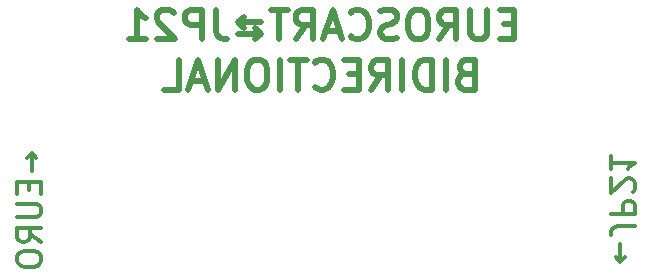
<source format=gbo>
G04 #@! TF.GenerationSoftware,KiCad,Pcbnew,(5.1.0)-1*
G04 #@! TF.CreationDate,2019-08-09T15:11:52-04:00*
G04 #@! TF.ProjectId,EUROF_to_JP21M,4555524f-465f-4746-9f5f-4a5032314d2e,rev?*
G04 #@! TF.SameCoordinates,Original*
G04 #@! TF.FileFunction,Legend,Bot*
G04 #@! TF.FilePolarity,Positive*
%FSLAX46Y46*%
G04 Gerber Fmt 4.6, Leading zero omitted, Abs format (unit mm)*
G04 Created by KiCad (PCBNEW (5.1.0)-1) date 2019-08-09 15:11:52*
%MOMM*%
%LPD*%
G04 APERTURE LIST*
%ADD10C,0.500000*%
%ADD11C,0.300000*%
G04 APERTURE END LIST*
D10*
X149250000Y-72196428D02*
X148416666Y-72196428D01*
X148059523Y-73505952D02*
X149250000Y-73505952D01*
X149250000Y-71005952D01*
X148059523Y-71005952D01*
X146988095Y-71005952D02*
X146988095Y-73029761D01*
X146869047Y-73267857D01*
X146750000Y-73386904D01*
X146511904Y-73505952D01*
X146035714Y-73505952D01*
X145797619Y-73386904D01*
X145678571Y-73267857D01*
X145559523Y-73029761D01*
X145559523Y-71005952D01*
X142940476Y-73505952D02*
X143773809Y-72315476D01*
X144369047Y-73505952D02*
X144369047Y-71005952D01*
X143416666Y-71005952D01*
X143178571Y-71125000D01*
X143059523Y-71244047D01*
X142940476Y-71482142D01*
X142940476Y-71839285D01*
X143059523Y-72077380D01*
X143178571Y-72196428D01*
X143416666Y-72315476D01*
X144369047Y-72315476D01*
X141392857Y-71005952D02*
X140916666Y-71005952D01*
X140678571Y-71125000D01*
X140440476Y-71363095D01*
X140321428Y-71839285D01*
X140321428Y-72672619D01*
X140440476Y-73148809D01*
X140678571Y-73386904D01*
X140916666Y-73505952D01*
X141392857Y-73505952D01*
X141630952Y-73386904D01*
X141869047Y-73148809D01*
X141988095Y-72672619D01*
X141988095Y-71839285D01*
X141869047Y-71363095D01*
X141630952Y-71125000D01*
X141392857Y-71005952D01*
X139369047Y-73386904D02*
X139011904Y-73505952D01*
X138416666Y-73505952D01*
X138178571Y-73386904D01*
X138059523Y-73267857D01*
X137940476Y-73029761D01*
X137940476Y-72791666D01*
X138059523Y-72553571D01*
X138178571Y-72434523D01*
X138416666Y-72315476D01*
X138892857Y-72196428D01*
X139130952Y-72077380D01*
X139250000Y-71958333D01*
X139369047Y-71720238D01*
X139369047Y-71482142D01*
X139250000Y-71244047D01*
X139130952Y-71125000D01*
X138892857Y-71005952D01*
X138297619Y-71005952D01*
X137940476Y-71125000D01*
X135440476Y-73267857D02*
X135559523Y-73386904D01*
X135916666Y-73505952D01*
X136154761Y-73505952D01*
X136511904Y-73386904D01*
X136750000Y-73148809D01*
X136869047Y-72910714D01*
X136988095Y-72434523D01*
X136988095Y-72077380D01*
X136869047Y-71601190D01*
X136750000Y-71363095D01*
X136511904Y-71125000D01*
X136154761Y-71005952D01*
X135916666Y-71005952D01*
X135559523Y-71125000D01*
X135440476Y-71244047D01*
X134488095Y-72791666D02*
X133297619Y-72791666D01*
X134726190Y-73505952D02*
X133892857Y-71005952D01*
X133059523Y-73505952D01*
X130797619Y-73505952D02*
X131630952Y-72315476D01*
X132226190Y-73505952D02*
X132226190Y-71005952D01*
X131273809Y-71005952D01*
X131035714Y-71125000D01*
X130916666Y-71244047D01*
X130797619Y-71482142D01*
X130797619Y-71839285D01*
X130916666Y-72077380D01*
X131035714Y-72196428D01*
X131273809Y-72315476D01*
X132226190Y-72315476D01*
X130083333Y-71005952D02*
X128654761Y-71005952D01*
X129369047Y-73505952D02*
X129369047Y-71005952D01*
X125916666Y-73029761D02*
X127821428Y-73029761D01*
X127821428Y-72077380D02*
X125916666Y-72077380D01*
X126392857Y-72553571D02*
X125916666Y-72077380D01*
X126392857Y-71601190D01*
X127345238Y-73505952D02*
X127821428Y-73029761D01*
X127345238Y-72553571D01*
X124011904Y-71005952D02*
X124011904Y-72791666D01*
X124130952Y-73148809D01*
X124369047Y-73386904D01*
X124726190Y-73505952D01*
X124964285Y-73505952D01*
X122821428Y-73505952D02*
X122821428Y-71005952D01*
X121869047Y-71005952D01*
X121630952Y-71125000D01*
X121511904Y-71244047D01*
X121392857Y-71482142D01*
X121392857Y-71839285D01*
X121511904Y-72077380D01*
X121630952Y-72196428D01*
X121869047Y-72315476D01*
X122821428Y-72315476D01*
X120440476Y-71244047D02*
X120321428Y-71125000D01*
X120083333Y-71005952D01*
X119488095Y-71005952D01*
X119250000Y-71125000D01*
X119130952Y-71244047D01*
X119011904Y-71482142D01*
X119011904Y-71720238D01*
X119130952Y-72077380D01*
X120559523Y-73505952D01*
X119011904Y-73505952D01*
X116630952Y-73505952D02*
X118059523Y-73505952D01*
X117345238Y-73505952D02*
X117345238Y-71005952D01*
X117583333Y-71363095D01*
X117821428Y-71601190D01*
X118059523Y-71720238D01*
X145142857Y-76446428D02*
X144785714Y-76565476D01*
X144666666Y-76684523D01*
X144547619Y-76922619D01*
X144547619Y-77279761D01*
X144666666Y-77517857D01*
X144785714Y-77636904D01*
X145023809Y-77755952D01*
X145976190Y-77755952D01*
X145976190Y-75255952D01*
X145142857Y-75255952D01*
X144904761Y-75375000D01*
X144785714Y-75494047D01*
X144666666Y-75732142D01*
X144666666Y-75970238D01*
X144785714Y-76208333D01*
X144904761Y-76327380D01*
X145142857Y-76446428D01*
X145976190Y-76446428D01*
X143476190Y-77755952D02*
X143476190Y-75255952D01*
X142285714Y-77755952D02*
X142285714Y-75255952D01*
X141690476Y-75255952D01*
X141333333Y-75375000D01*
X141095238Y-75613095D01*
X140976190Y-75851190D01*
X140857142Y-76327380D01*
X140857142Y-76684523D01*
X140976190Y-77160714D01*
X141095238Y-77398809D01*
X141333333Y-77636904D01*
X141690476Y-77755952D01*
X142285714Y-77755952D01*
X139785714Y-77755952D02*
X139785714Y-75255952D01*
X137166666Y-77755952D02*
X138000000Y-76565476D01*
X138595238Y-77755952D02*
X138595238Y-75255952D01*
X137642857Y-75255952D01*
X137404761Y-75375000D01*
X137285714Y-75494047D01*
X137166666Y-75732142D01*
X137166666Y-76089285D01*
X137285714Y-76327380D01*
X137404761Y-76446428D01*
X137642857Y-76565476D01*
X138595238Y-76565476D01*
X136095238Y-76446428D02*
X135261904Y-76446428D01*
X134904761Y-77755952D02*
X136095238Y-77755952D01*
X136095238Y-75255952D01*
X134904761Y-75255952D01*
X132404761Y-77517857D02*
X132523809Y-77636904D01*
X132880952Y-77755952D01*
X133119047Y-77755952D01*
X133476190Y-77636904D01*
X133714285Y-77398809D01*
X133833333Y-77160714D01*
X133952380Y-76684523D01*
X133952380Y-76327380D01*
X133833333Y-75851190D01*
X133714285Y-75613095D01*
X133476190Y-75375000D01*
X133119047Y-75255952D01*
X132880952Y-75255952D01*
X132523809Y-75375000D01*
X132404761Y-75494047D01*
X131690476Y-75255952D02*
X130261904Y-75255952D01*
X130976190Y-77755952D02*
X130976190Y-75255952D01*
X129428571Y-77755952D02*
X129428571Y-75255952D01*
X127761904Y-75255952D02*
X127285714Y-75255952D01*
X127047619Y-75375000D01*
X126809523Y-75613095D01*
X126690476Y-76089285D01*
X126690476Y-76922619D01*
X126809523Y-77398809D01*
X127047619Y-77636904D01*
X127285714Y-77755952D01*
X127761904Y-77755952D01*
X128000000Y-77636904D01*
X128238095Y-77398809D01*
X128357142Y-76922619D01*
X128357142Y-76089285D01*
X128238095Y-75613095D01*
X128000000Y-75375000D01*
X127761904Y-75255952D01*
X125619047Y-77755952D02*
X125619047Y-75255952D01*
X124190476Y-77755952D01*
X124190476Y-75255952D01*
X123119047Y-77041666D02*
X121928571Y-77041666D01*
X123357142Y-77755952D02*
X122523809Y-75255952D01*
X121690476Y-77755952D01*
X119666666Y-77755952D02*
X120857142Y-77755952D01*
X120857142Y-75255952D01*
D11*
X108442857Y-84661904D02*
X108442857Y-83138095D01*
X108823809Y-83519047D02*
X108442857Y-83138095D01*
X108061904Y-83519047D01*
X108157142Y-85614285D02*
X108157142Y-86280952D01*
X109204761Y-86566666D02*
X109204761Y-85614285D01*
X107204761Y-85614285D01*
X107204761Y-86566666D01*
X107204761Y-87423809D02*
X108823809Y-87423809D01*
X109014285Y-87519047D01*
X109109523Y-87614285D01*
X109204761Y-87804761D01*
X109204761Y-88185714D01*
X109109523Y-88376190D01*
X109014285Y-88471428D01*
X108823809Y-88566666D01*
X107204761Y-88566666D01*
X109204761Y-90661904D02*
X108252380Y-89995238D01*
X109204761Y-89519047D02*
X107204761Y-89519047D01*
X107204761Y-90280952D01*
X107300000Y-90471428D01*
X107395238Y-90566666D01*
X107585714Y-90661904D01*
X107871428Y-90661904D01*
X108061904Y-90566666D01*
X108157142Y-90471428D01*
X108252380Y-90280952D01*
X108252380Y-89519047D01*
X107204761Y-91900000D02*
X107204761Y-92280952D01*
X107300000Y-92471428D01*
X107490476Y-92661904D01*
X107871428Y-92757142D01*
X108538095Y-92757142D01*
X108919047Y-92661904D01*
X109109523Y-92471428D01*
X109204761Y-92280952D01*
X109204761Y-91900000D01*
X109109523Y-91709523D01*
X108919047Y-91519047D01*
X108538095Y-91423809D01*
X107871428Y-91423809D01*
X107490476Y-91519047D01*
X107300000Y-91709523D01*
X107204761Y-91900000D01*
X158257142Y-90804761D02*
X158257142Y-92328571D01*
X157876190Y-91947619D02*
X158257142Y-92328571D01*
X158638095Y-91947619D01*
X159495238Y-89280952D02*
X158066666Y-89280952D01*
X157780952Y-89376190D01*
X157590476Y-89566666D01*
X157495238Y-89852380D01*
X157495238Y-90042857D01*
X157495238Y-88328571D02*
X159495238Y-88328571D01*
X159495238Y-87566666D01*
X159400000Y-87376190D01*
X159304761Y-87280952D01*
X159114285Y-87185714D01*
X158828571Y-87185714D01*
X158638095Y-87280952D01*
X158542857Y-87376190D01*
X158447619Y-87566666D01*
X158447619Y-88328571D01*
X159304761Y-86423809D02*
X159400000Y-86328571D01*
X159495238Y-86138095D01*
X159495238Y-85661904D01*
X159400000Y-85471428D01*
X159304761Y-85376190D01*
X159114285Y-85280952D01*
X158923809Y-85280952D01*
X158638095Y-85376190D01*
X157495238Y-86519047D01*
X157495238Y-85280952D01*
X157495238Y-83376190D02*
X157495238Y-84519047D01*
X157495238Y-83947619D02*
X159495238Y-83947619D01*
X159209523Y-84138095D01*
X159019047Y-84328571D01*
X158923809Y-84519047D01*
M02*

</source>
